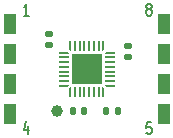
<source format=gbr>
%TF.GenerationSoftware,KiCad,Pcbnew,9.0.5+1*%
%TF.CreationDate,2025-11-07T10:47:30+01:00*%
%TF.ProjectId,ts17-tropic01-mini,74733137-2d74-4726-9f70-696330312d6d,rev?*%
%TF.SameCoordinates,Original*%
%TF.FileFunction,Soldermask,Top*%
%TF.FilePolarity,Negative*%
%FSLAX46Y46*%
G04 Gerber Fmt 4.6, Leading zero omitted, Abs format (unit mm)*
G04 Created by KiCad (PCBNEW 9.0.5+1) date 2025-11-07 10:47:30*
%MOMM*%
%LPD*%
G01*
G04 APERTURE LIST*
G04 Aperture macros list*
%AMRoundRect*
0 Rectangle with rounded corners*
0 $1 Rounding radius*
0 $2 $3 $4 $5 $6 $7 $8 $9 X,Y pos of 4 corners*
0 Add a 4 corners polygon primitive as box body*
4,1,4,$2,$3,$4,$5,$6,$7,$8,$9,$2,$3,0*
0 Add four circle primitives for the rounded corners*
1,1,$1+$1,$2,$3*
1,1,$1+$1,$4,$5*
1,1,$1+$1,$6,$7*
1,1,$1+$1,$8,$9*
0 Add four rect primitives between the rounded corners*
20,1,$1+$1,$2,$3,$4,$5,0*
20,1,$1+$1,$4,$5,$6,$7,0*
20,1,$1+$1,$6,$7,$8,$9,0*
20,1,$1+$1,$8,$9,$2,$3,0*%
%AMFreePoly0*
4,1,14,0.314644,0.085355,0.385355,0.014644,0.400000,-0.020711,0.400000,-0.050000,0.385355,-0.085355,0.350000,-0.100000,-0.350000,-0.100000,-0.385355,-0.085355,-0.400000,-0.050000,-0.400000,0.050000,-0.385355,0.085355,-0.350000,0.100000,0.279289,0.100000,0.314644,0.085355,0.314644,0.085355,$1*%
%AMFreePoly1*
4,1,14,0.385355,0.085355,0.400000,0.050000,0.400000,0.020711,0.385355,-0.014644,0.314644,-0.085355,0.279289,-0.100000,-0.350000,-0.100000,-0.385355,-0.085355,-0.400000,-0.050000,-0.400000,0.050000,-0.385355,0.085355,-0.350000,0.100000,0.350000,0.100000,0.385355,0.085355,0.385355,0.085355,$1*%
%AMFreePoly2*
4,1,14,0.085355,0.385355,0.100000,0.350000,0.100000,-0.350000,0.085355,-0.385355,0.050000,-0.400000,-0.050000,-0.400000,-0.085355,-0.385355,-0.100000,-0.350000,-0.100000,0.279289,-0.085355,0.314644,-0.014644,0.385355,0.020711,0.400000,0.050000,0.400000,0.085355,0.385355,0.085355,0.385355,$1*%
%AMFreePoly3*
4,1,14,0.014644,0.385355,0.085355,0.314644,0.100000,0.279289,0.100000,-0.350000,0.085355,-0.385355,0.050000,-0.400000,-0.050000,-0.400000,-0.085355,-0.385355,-0.100000,-0.350000,-0.100000,0.350000,-0.085355,0.385355,-0.050000,0.400000,-0.020711,0.400000,0.014644,0.385355,0.014644,0.385355,$1*%
%AMFreePoly4*
4,1,14,0.385355,0.085355,0.400000,0.050000,0.400000,-0.050000,0.385355,-0.085355,0.350000,-0.100000,-0.279289,-0.100000,-0.314644,-0.085355,-0.385355,-0.014644,-0.400000,0.020711,-0.400000,0.050000,-0.385355,0.085355,-0.350000,0.100000,0.350000,0.100000,0.385355,0.085355,0.385355,0.085355,$1*%
%AMFreePoly5*
4,1,14,0.385355,0.085355,0.400000,0.050000,0.400000,-0.050000,0.385355,-0.085355,0.350000,-0.100000,-0.350000,-0.100000,-0.385355,-0.085355,-0.400000,-0.050000,-0.400000,-0.020711,-0.385355,0.014644,-0.314644,0.085355,-0.279289,0.100000,0.350000,0.100000,0.385355,0.085355,0.385355,0.085355,$1*%
%AMFreePoly6*
4,1,14,0.085355,0.385355,0.100000,0.350000,0.100000,-0.279289,0.085355,-0.314644,0.014644,-0.385355,-0.020711,-0.400000,-0.050000,-0.400000,-0.085355,-0.385355,-0.100000,-0.350000,-0.100000,0.350000,-0.085355,0.385355,-0.050000,0.400000,0.050000,0.400000,0.085355,0.385355,0.085355,0.385355,$1*%
%AMFreePoly7*
4,1,14,0.085355,0.385355,0.100000,0.350000,0.100000,-0.350000,0.085355,-0.385355,0.050000,-0.400000,0.020711,-0.400000,-0.014644,-0.385355,-0.085355,-0.314644,-0.100000,-0.279289,-0.100000,0.350000,-0.085355,0.385355,-0.050000,0.400000,0.050000,0.400000,0.085355,0.385355,0.085355,0.385355,$1*%
G04 Aperture macros list end*
%ADD10C,0.150000*%
%ADD11R,1.000000X1.700000*%
%ADD12RoundRect,0.135000X-0.135000X-0.185000X0.135000X-0.185000X0.135000X0.185000X-0.135000X0.185000X0*%
%ADD13FreePoly0,0.000000*%
%ADD14RoundRect,0.050000X-0.350000X-0.050000X0.350000X-0.050000X0.350000X0.050000X-0.350000X0.050000X0*%
%ADD15FreePoly1,0.000000*%
%ADD16FreePoly2,0.000000*%
%ADD17RoundRect,0.050000X-0.050000X-0.350000X0.050000X-0.350000X0.050000X0.350000X-0.050000X0.350000X0*%
%ADD18FreePoly3,0.000000*%
%ADD19FreePoly4,0.000000*%
%ADD20FreePoly5,0.000000*%
%ADD21FreePoly6,0.000000*%
%ADD22FreePoly7,0.000000*%
%ADD23R,2.650000X2.650000*%
%ADD24C,1.000000*%
%ADD25RoundRect,0.140000X0.140000X0.170000X-0.140000X0.170000X-0.140000X-0.170000X0.140000X-0.170000X0*%
%ADD26RoundRect,0.140000X0.170000X-0.140000X0.170000X0.140000X-0.170000X0.140000X-0.170000X-0.140000X0*%
G04 APERTURE END LIST*
D10*
X142470112Y-100469819D02*
X142089160Y-100469819D01*
X142089160Y-100469819D02*
X142051064Y-100946009D01*
X142051064Y-100946009D02*
X142089160Y-100898390D01*
X142089160Y-100898390D02*
X142165350Y-100850771D01*
X142165350Y-100850771D02*
X142355826Y-100850771D01*
X142355826Y-100850771D02*
X142432017Y-100898390D01*
X142432017Y-100898390D02*
X142470112Y-100946009D01*
X142470112Y-100946009D02*
X142508207Y-101041247D01*
X142508207Y-101041247D02*
X142508207Y-101279342D01*
X142508207Y-101279342D02*
X142470112Y-101374580D01*
X142470112Y-101374580D02*
X142432017Y-101422200D01*
X142432017Y-101422200D02*
X142355826Y-101469819D01*
X142355826Y-101469819D02*
X142165350Y-101469819D01*
X142165350Y-101469819D02*
X142089160Y-101422200D01*
X142089160Y-101422200D02*
X142051064Y-101374580D01*
X132032017Y-100803152D02*
X132032017Y-101469819D01*
X131841541Y-100422200D02*
X131651064Y-101136485D01*
X131651064Y-101136485D02*
X132146303Y-101136485D01*
X132108207Y-91469819D02*
X131651064Y-91469819D01*
X131879636Y-91469819D02*
X131879636Y-90469819D01*
X131879636Y-90469819D02*
X131803445Y-90612676D01*
X131803445Y-90612676D02*
X131727255Y-90707914D01*
X131727255Y-90707914D02*
X131651064Y-90755533D01*
X142203445Y-90898390D02*
X142127255Y-90850771D01*
X142127255Y-90850771D02*
X142089160Y-90803152D01*
X142089160Y-90803152D02*
X142051064Y-90707914D01*
X142051064Y-90707914D02*
X142051064Y-90660295D01*
X142051064Y-90660295D02*
X142089160Y-90565057D01*
X142089160Y-90565057D02*
X142127255Y-90517438D01*
X142127255Y-90517438D02*
X142203445Y-90469819D01*
X142203445Y-90469819D02*
X142355826Y-90469819D01*
X142355826Y-90469819D02*
X142432017Y-90517438D01*
X142432017Y-90517438D02*
X142470112Y-90565057D01*
X142470112Y-90565057D02*
X142508207Y-90660295D01*
X142508207Y-90660295D02*
X142508207Y-90707914D01*
X142508207Y-90707914D02*
X142470112Y-90803152D01*
X142470112Y-90803152D02*
X142432017Y-90850771D01*
X142432017Y-90850771D02*
X142355826Y-90898390D01*
X142355826Y-90898390D02*
X142203445Y-90898390D01*
X142203445Y-90898390D02*
X142127255Y-90946009D01*
X142127255Y-90946009D02*
X142089160Y-90993628D01*
X142089160Y-90993628D02*
X142051064Y-91088866D01*
X142051064Y-91088866D02*
X142051064Y-91279342D01*
X142051064Y-91279342D02*
X142089160Y-91374580D01*
X142089160Y-91374580D02*
X142127255Y-91422200D01*
X142127255Y-91422200D02*
X142203445Y-91469819D01*
X142203445Y-91469819D02*
X142355826Y-91469819D01*
X142355826Y-91469819D02*
X142432017Y-91422200D01*
X142432017Y-91422200D02*
X142470112Y-91374580D01*
X142470112Y-91374580D02*
X142508207Y-91279342D01*
X142508207Y-91279342D02*
X142508207Y-91088866D01*
X142508207Y-91088866D02*
X142470112Y-90993628D01*
X142470112Y-90993628D02*
X142432017Y-90946009D01*
X142432017Y-90946009D02*
X142355826Y-90898390D01*
D11*
%TO.C,J2*%
X130500000Y-92190000D03*
X130500000Y-94730000D03*
X130500000Y-97270000D03*
X130500000Y-99810000D03*
%TD*%
D12*
%TO.C,R1*%
X138590000Y-99500000D03*
X139610000Y-99500000D03*
%TD*%
D13*
%TO.C,IC1*%
X135050000Y-94600000D03*
D14*
X135050000Y-95000000D03*
X135050000Y-95400000D03*
X135050000Y-95800000D03*
X135050000Y-96200000D03*
X135050000Y-96600000D03*
X135050000Y-97000000D03*
D15*
X135050000Y-97400000D03*
D16*
X135600000Y-97950000D03*
D17*
X136000000Y-97950000D03*
X136400000Y-97950000D03*
X136800000Y-97950000D03*
X137200000Y-97950000D03*
X137600000Y-97950000D03*
X138000000Y-97950000D03*
D18*
X138400000Y-97950000D03*
D19*
X138950000Y-97400000D03*
D14*
X138950000Y-97000000D03*
X138950000Y-96600000D03*
X138950000Y-96200000D03*
X138950000Y-95800000D03*
X138950000Y-95400000D03*
X138950000Y-95000000D03*
D20*
X138950000Y-94600000D03*
D21*
X138400000Y-94050000D03*
D17*
X138000000Y-94050000D03*
X137600000Y-94050000D03*
X137200000Y-94050000D03*
X136800000Y-94050000D03*
X136400000Y-94050000D03*
X136000000Y-94050000D03*
D22*
X135600000Y-94050000D03*
D23*
X137000000Y-96000000D03*
%TD*%
D24*
%TO.C,FID1*%
X134500000Y-99500000D03*
%TD*%
D11*
%TO.C,J1*%
X143500000Y-99810000D03*
X143500000Y-97270000D03*
X143500000Y-94730000D03*
X143500000Y-92190000D03*
%TD*%
D25*
%TO.C,C2*%
X136780000Y-99500000D03*
X135820000Y-99500000D03*
%TD*%
D26*
%TO.C,C3*%
X140500000Y-94960000D03*
X140500000Y-94000000D03*
%TD*%
%TO.C,C1*%
X133800000Y-93980000D03*
X133800000Y-93020000D03*
%TD*%
M02*

</source>
